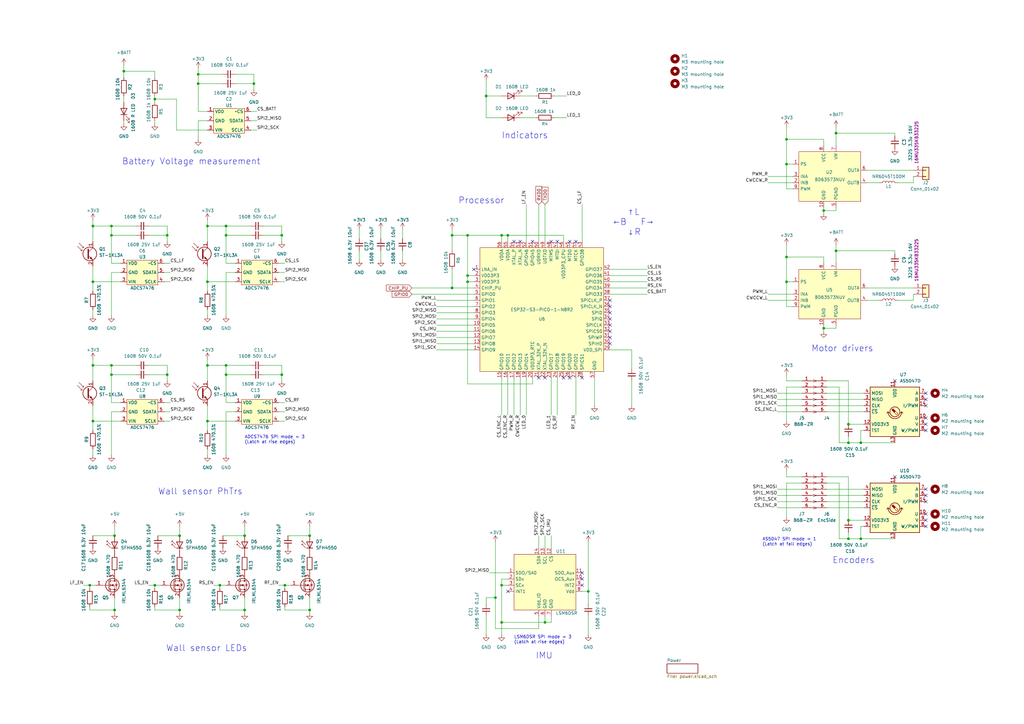
<source format=kicad_sch>
(kicad_sch (version 20250114) (generator "eeschema") (generator_version "9.0")
  (paper "A3")
  (text "IMU" (at 219.71 270.51 0) (effects (font (size 2.54 2.54)) (justify left bottom)))
  (text "Wall sensor LEDs" (at 68.072 267.462 0) (effects (font (size 2.54 2.54)) (justify left bottom)))
  (text "AS5047 SPI mode = 1\n(Latch at fall edges)" (at 312.674 224.028 0) (effects (font (size 1.27 1.27)) (justify left bottom)))
  (text "Indicators" (at 205.74 57.15 0) (effects (font (size 2.54 2.54)) (justify left bottom)))
  (text "Processor" (at 187.96 83.82 0) (effects (font (size 2.54 2.54)) (justify left bottom)))
  (text "Battery Voltage measurement" (at 50.038 67.818 0) (effects (font (size 2.54 2.54)) (justify left bottom)))
  (text "LSM6DSR SPI mode = 3\n(Latch at rise edges)" (at 210.82 264.16 0) (effects (font (size 1.27 1.27)) (justify left bottom)))
  (text "Motor drivers" (at 332.74 144.526 0) (effects (font (size 2.54 2.54)) (justify left bottom)))
  (text "Wall sensor PhTrs" (at 64.77 203.2 0) (effects (font (size 2.54 2.54)) (justify left bottom)))
  (text "Encoders" (at 341.376 231.394 0) (effects (font (size 2.54 2.54)) (justify left bottom)))
  (text "   ↑L\n←B   F→\n   ↓R" (at 251.206 96.774 0) (effects (font (size 2.54 2.54)) (justify left bottom)))
  (text "ADCS7476 SPI mode = 3\n(Latch at rise edges)" (at 100.33 182.118 0) (effects (font (size 1.27 1.27)) (justify left bottom)))
  (junction (at 92.71 92.71))
  (junction (at 50.8 29.21))
  (junction (at 353.06 181.61))
  (junction (at 127 219.71))
  (junction (at 90.17 240.03))
  (junction (at 81.28 34.29))
  (junction (at 45.72 92.71))
  (junction (at 46.99 219.71))
  (junction (at 116.84 240.03))
  (junction (at 92.71 153.67))
  (junction (at 38.1 172.72))
  (junction (at 45.72 96.52))
  (junction (at 45.72 153.67))
  (junction (at 81.28 30.48))
  (junction (at 68.58 96.52))
  (junction (at 36.83 240.03))
  (junction (at 205.74 255.27))
  (junction (at 100.33 219.71))
  (junction (at 100.33 250.19))
  (junction (at 85.09 172.72))
  (junction (at 127 250.19))
  (junction (at 191.77 113.03))
  (junction (at 223.52 255.27))
  (junction (at 191.77 115.57))
  (junction (at 46.99 250.19))
  (junction (at 185.42 96.52))
  (junction (at 85.09 149.86))
  (junction (at 322.58 67.31))
  (junction (at 342.9 102.87))
  (junction (at 68.58 153.67))
  (junction (at 38.1 149.86))
  (junction (at 337.82 134.62))
  (junction (at 199.39 39.37))
  (junction (at 322.58 115.57))
  (junction (at 203.2 245.11))
  (junction (at 185.42 118.11))
  (junction (at 342.9 54.61))
  (junction (at 115.57 96.52))
  (junction (at 205.74 96.52))
  (junction (at 85.09 115.57))
  (junction (at 115.57 153.67))
  (junction (at 45.72 149.86))
  (junction (at 92.71 149.86))
  (junction (at 208.28 96.52))
  (junction (at 63.5 240.03))
  (junction (at 322.58 105.41))
  (junction (at 38.1 115.57))
  (junction (at 63.5 40.64))
  (junction (at 347.98 213.36))
  (junction (at 353.06 220.98))
  (junction (at 347.98 220.98))
  (junction (at 205.74 240.03))
  (junction (at 73.66 219.71))
  (junction (at 73.66 250.19))
  (junction (at 322.58 57.15))
  (junction (at 104.14 34.29))
  (junction (at 347.98 181.61))
  (junction (at 241.3 242.57))
  (junction (at 85.09 92.71))
  (junction (at 92.71 96.52))
  (junction (at 347.98 173.99))
  (junction (at 337.82 86.36))
  (junction (at 38.1 92.71))
  (junction (at 191.77 96.52))
  (no_connect (at 218.44 99.06))
  (no_connect (at 379.73 173.99))
  (no_connect (at 250.19 130.81))
  (no_connect (at 379.73 200.66))
  (no_connect (at 250.19 123.19))
  (no_connect (at 208.28 242.57))
  (no_connect (at 228.6 99.06))
  (no_connect (at 379.73 215.9))
  (no_connect (at 233.68 154.94))
  (no_connect (at 379.73 205.74))
  (no_connect (at 367.03 156.21))
  (no_connect (at 250.19 135.89))
  (no_connect (at 231.14 154.94))
  (no_connect (at 226.06 99.06))
  (no_connect (at 379.73 163.83))
  (no_connect (at 238.76 237.49))
  (no_connect (at 379.73 176.53))
  (no_connect (at 367.03 195.58))
  (no_connect (at 236.22 99.06))
  (no_connect (at 250.19 128.27))
  (no_connect (at 238.76 234.95))
  (no_connect (at 379.73 203.2))
  (no_connect (at 213.36 99.06))
  (no_connect (at 379.73 210.82))
  (no_connect (at 223.52 154.94))
  (no_connect (at 220.98 154.94))
  (no_connect (at 233.68 99.06))
  (no_connect (at 379.73 166.37))
  (no_connect (at 250.19 125.73))
  (no_connect (at 379.73 213.36))
  (no_connect (at 250.19 140.97))
  (no_connect (at 250.19 133.35))
  (no_connect (at 194.31 110.49))
  (no_connect (at 210.82 99.06))
  (no_connect (at 379.73 161.29))
  (no_connect (at 250.19 138.43))
  (no_connect (at 238.76 240.03))
  (no_connect (at 238.76 154.94))
  (no_connect (at 379.73 171.45))
  (wire (pts (xy 339.09 200.66) (xy 354.33 200.66)))
  (wire (pts (xy 199.39 39.37) (xy 199.39 48.26)))
  (wire (pts (xy 185.42 118.11) (xy 194.31 118.11)))
  (wire (pts (xy 342.9 102.87) (xy 367.03 102.87)))
  (wire (pts (xy 226.06 154.94) (xy 226.06 170.18)))
  (wire (pts (xy 347.98 218.44) (xy 347.98 220.98)))
  (wire (pts (xy 199.39 245.11) (xy 203.2 245.11)))
  (wire (pts (xy 322.58 115.57) (xy 322.58 125.73)))
  (wire (pts (xy 38.1 172.72) (xy 38.1 176.53)))
  (wire (pts (xy 147.32 93.98) (xy 147.32 97.79)))
  (wire (pts (xy 199.39 48.26) (xy 205.74 48.26)))
  (wire (pts (xy 100.33 251.46) (xy 100.33 250.19)))
  (wire (pts (xy 156.21 102.87) (xy 156.21 106.68)))
  (wire (pts (xy 45.72 168.91) (xy 49.53 168.91)))
  (wire (pts (xy 50.8 39.37) (xy 50.8 41.91)))
  (wire (pts (xy 92.71 111.76) (xy 96.52 111.76)))
  (wire (pts (xy 50.8 26.67) (xy 50.8 29.21)))
  (wire (pts (xy 92.71 153.67) (xy 92.71 165.1)))
  (wire (pts (xy 205.74 255.27) (xy 205.74 260.35)))
  (wire (pts (xy 92.71 92.71) (xy 92.71 96.52)))
  (wire (pts (xy 238.76 242.57) (xy 241.3 242.57)))
  (wire (pts (xy 34.29 240.03) (xy 36.83 240.03)))
  (wire (pts (xy 118.11 219.71) (xy 127 219.71)))
  (wire (pts (xy 355.6 69.85) (xy 374.65 69.85)))
  (wire (pts (xy 339.09 163.83) (xy 354.33 163.83)))
  (wire (pts (xy 115.57 92.71) (xy 107.95 92.71)))
  (wire (pts (xy 337.82 86.36) (xy 337.82 87.63)))
  (wire (pts (xy 318.77 203.2) (xy 328.93 203.2)))
  (wire (pts (xy 68.58 156.21) (xy 68.58 153.67)))
  (wire (pts (xy 342.9 102.87) (xy 342.9 107.95)))
  (wire (pts (xy 38.1 127) (xy 38.1 129.54)))
  (wire (pts (xy 208.28 154.94) (xy 208.28 170.18)))
  (wire (pts (xy 355.6 118.11) (xy 374.65 118.11)))
  (wire (pts (xy 114.3 111.76) (xy 116.84 111.76)))
  (wire (pts (xy 92.71 149.86) (xy 85.09 149.86)))
  (wire (pts (xy 46.99 250.19) (xy 36.83 250.19)))
  (wire (pts (xy 191.77 115.57) (xy 194.31 115.57)))
  (wire (pts (xy 318.77 200.66) (xy 328.93 200.66)))
  (wire (pts (xy 38.1 172.72) (xy 49.53 172.72)))
  (wire (pts (xy 322.58 100.33) (xy 322.58 105.41)))
  (wire (pts (xy 199.39 247.65) (xy 199.39 245.11)))
  (wire (pts (xy 205.74 154.94) (xy 205.74 170.18)))
  (wire (pts (xy 85.09 149.86) (xy 85.09 156.21)))
  (wire (pts (xy 250.19 143.51) (xy 259.08 143.51)))
  (wire (pts (xy 236.22 154.94) (xy 236.22 170.18)))
  (wire (pts (xy 318.77 161.29) (xy 328.93 161.29)))
  (wire (pts (xy 179.07 128.27) (xy 194.31 128.27)))
  (wire (pts (xy 337.82 85.09) (xy 337.82 86.36)))
  (wire (pts (xy 347.98 195.58) (xy 347.98 213.36)))
  (wire (pts (xy 85.09 172.72) (xy 96.52 172.72)))
  (wire (pts (xy 191.77 113.03) (xy 191.77 115.57)))
  (wire (pts (xy 213.36 154.94) (xy 213.36 170.18)))
  (wire (pts (xy 353.06 176.53) (xy 353.06 181.61)))
  (wire (pts (xy 102.87 53.34) (xy 105.41 53.34)))
  (wire (pts (xy 67.31 111.76) (xy 69.85 111.76)))
  (wire (pts (xy 347.98 173.99) (xy 354.33 173.99)))
  (wire (pts (xy 85.09 92.71) (xy 92.71 92.71)))
  (wire (pts (xy 68.58 99.06) (xy 68.58 96.52)))
  (wire (pts (xy 92.71 149.86) (xy 102.87 149.86)))
  (wire (pts (xy 199.39 33.02) (xy 199.39 39.37)))
  (wire (pts (xy 227.33 39.37) (xy 232.41 39.37)))
  (wire (pts (xy 322.58 57.15) (xy 322.58 67.31)))
  (wire (pts (xy 107.95 96.52) (xy 115.57 96.52)))
  (wire (pts (xy 114.3 107.95) (xy 116.84 107.95)))
  (wire (pts (xy 92.71 96.52) (xy 92.71 107.95)))
  (wire (pts (xy 68.58 153.67) (xy 68.58 149.86)))
  (wire (pts (xy 314.96 120.65) (xy 325.12 120.65)))
  (wire (pts (xy 81.28 49.53) (xy 85.09 49.53)))
  (wire (pts (xy 115.57 153.67) (xy 115.57 149.86)))
  (wire (pts (xy 38.1 92.71) (xy 45.72 92.71)))
  (wire (pts (xy 63.5 240.03) (xy 63.5 241.3)))
  (wire (pts (xy 218.44 157.48) (xy 218.44 154.94)))
  (wire (pts (xy 85.09 184.15) (xy 85.09 186.69)))
  (wire (pts (xy 168.91 118.11) (xy 185.42 118.11)))
  (wire (pts (xy 226.06 255.27) (xy 226.06 252.73)))
  (wire (pts (xy 208.28 237.49) (xy 205.74 237.49)))
  (wire (pts (xy 347.98 156.21) (xy 347.98 173.99)))
  (wire (pts (xy 205.74 96.52) (xy 205.74 99.06)))
  (wire (pts (xy 208.28 96.52) (xy 231.14 96.52)))
  (wire (pts (xy 127 215.9) (xy 127 219.71)))
  (wire (pts (xy 45.72 111.76) (xy 49.53 111.76)))
  (wire (pts (xy 259.08 143.51) (xy 259.08 151.13)))
  (wire (pts (xy 241.3 252.73) (xy 241.3 260.35)))
  (wire (pts (xy 50.8 29.21) (xy 50.8 31.75)))
  (wire (pts (xy 115.57 149.86) (xy 107.95 149.86)))
  (wire (pts (xy 205.74 237.49) (xy 205.74 240.03)))
  (wire (pts (xy 318.77 205.74) (xy 328.93 205.74)))
  (wire (pts (xy 344.17 220.98) (xy 347.98 220.98)))
  (wire (pts (xy 45.72 165.1) (xy 49.53 165.1)))
  (wire (pts (xy 45.72 107.95) (xy 49.53 107.95)))
  (wire (pts (xy 337.82 57.15) (xy 322.58 57.15)))
  (wire (pts (xy 185.42 96.52) (xy 185.42 102.87)))
  (wire (pts (xy 360.68 74.93) (xy 355.6 74.93)))
  (wire (pts (xy 185.42 110.49) (xy 185.42 118.11)))
  (wire (pts (xy 81.28 30.48) (xy 91.44 30.48)))
  (wire (pts (xy 374.65 74.93) (xy 374.65 72.39)))
  (wire (pts (xy 353.06 215.9) (xy 353.06 220.98)))
  (wire (pts (xy 185.42 93.98) (xy 185.42 96.52)))
  (wire (pts (xy 347.98 213.36) (xy 354.33 213.36)))
  (wire (pts (xy 238.76 83.82) (xy 238.76 99.06)))
  (wire (pts (xy 339.09 205.74) (xy 354.33 205.74)))
  (wire (pts (xy 68.58 149.86) (xy 60.96 149.86)))
  (wire (pts (xy 60.96 96.52) (xy 68.58 96.52)))
  (wire (pts (xy 115.57 156.21) (xy 115.57 153.67)))
  (wire (pts (xy 92.71 168.91) (xy 96.52 168.91)))
  (wire (pts (xy 322.58 212.09) (xy 322.58 198.12)))
  (wire (pts (xy 68.58 96.52) (xy 68.58 92.71)))
  (wire (pts (xy 367.03 54.61) (xy 367.03 55.88)))
  (wire (pts (xy 314.96 72.39) (xy 325.12 72.39)))
  (wire (pts (xy 179.07 123.19) (xy 194.31 123.19)))
  (wire (pts (xy 45.72 186.69) (xy 45.72 168.91)))
  (wire (pts (xy 220.98 83.82) (xy 220.98 99.06)))
  (wire (pts (xy 96.52 34.29) (xy 104.14 34.29)))
  (wire (pts (xy 231.14 99.06) (xy 231.14 96.52)))
  (wire (pts (xy 81.28 57.15) (xy 81.28 49.53)))
  (wire (pts (xy 45.72 96.52) (xy 45.72 107.95)))
  (wire (pts (xy 38.1 115.57) (xy 38.1 119.38)))
  (wire (pts (xy 85.09 109.22) (xy 85.09 115.57)))
  (wire (pts (xy 81.28 45.72) (xy 85.09 45.72)))
  (wire (pts (xy 314.96 123.19) (xy 325.12 123.19)))
  (wire (pts (xy 63.5 39.37) (xy 63.5 40.64)))
  (wire (pts (xy 339.09 208.28) (xy 354.33 208.28)))
  (wire (pts (xy 92.71 96.52) (xy 102.87 96.52)))
  (wire (pts (xy 67.31 168.91) (xy 69.85 168.91)))
  (wire (pts (xy 322.58 115.57) (xy 325.12 115.57)))
  (wire (pts (xy 147.32 102.87) (xy 147.32 106.68)))
  (wire (pts (xy 72.39 53.34) (xy 85.09 53.34)))
  (wire (pts (xy 45.72 149.86) (xy 45.72 153.67)))
  (wire (pts (xy 223.52 252.73) (xy 223.52 255.27)))
  (wire (pts (xy 347.98 220.98) (xy 353.06 220.98)))
  (wire (pts (xy 322.58 153.67) (xy 322.58 156.21)))
  (wire (pts (xy 342.9 52.07) (xy 342.9 54.61)))
  (wire (pts (xy 353.06 181.61) (xy 367.03 181.61)))
  (wire (pts (xy 220.98 257.81) (xy 203.2 257.81)))
  (wire (pts (xy 220.98 219.71) (xy 220.98 224.79)))
  (wire (pts (xy 354.33 176.53) (xy 353.06 176.53)))
  (wire (pts (xy 100.33 215.9) (xy 100.33 219.71)))
  (wire (pts (xy 344.17 198.12) (xy 339.09 198.12)))
  (wire (pts (xy 81.28 30.48) (xy 81.28 27.94)))
  (wire (pts (xy 168.91 120.65) (xy 194.31 120.65)))
  (wire (pts (xy 115.57 96.52) (xy 115.57 92.71)))
  (wire (pts (xy 179.07 138.43) (xy 194.31 138.43)))
  (wire (pts (xy 85.09 172.72) (xy 85.09 176.53)))
  (wire (pts (xy 92.71 186.69) (xy 92.71 168.91)))
  (wire (pts (xy 92.71 149.86) (xy 92.71 153.67)))
  (wire (pts (xy 355.6 123.19) (xy 360.68 123.19)))
  (wire (pts (xy 339.09 166.37) (xy 354.33 166.37)))
  (wire (pts (xy 205.74 240.03) (xy 205.74 255.27)))
  (wire (pts (xy 191.77 157.48) (xy 218.44 157.48)))
  (wire (pts (xy 90.17 250.19) (xy 90.17 248.92)))
  (wire (pts (xy 250.19 110.49) (xy 265.43 110.49)))
  (wire (pts (xy 36.83 250.19) (xy 36.83 248.92)))
  (wire (pts (xy 367.03 102.87) (xy 367.03 104.14)))
  (wire (pts (xy 102.87 45.72) (xy 105.41 45.72)))
  (wire (pts (xy 342.9 54.61) (xy 342.9 59.69)))
  (wire (pts (xy 36.83 240.03) (xy 36.83 241.3)))
  (wire (pts (xy 213.36 39.37) (xy 219.71 39.37)))
  (wire (pts (xy 322.58 52.07) (xy 322.58 57.15)))
  (wire (pts (xy 374.65 123.19) (xy 374.65 120.65)))
  (wire (pts (xy 100.33 250.19) (xy 90.17 250.19)))
  (wire (pts (xy 114.3 168.91) (xy 116.84 168.91)))
  (wire (pts (xy 223.52 83.82) (xy 223.52 99.06)))
  (wire (pts (xy 215.9 83.82) (xy 215.9 99.06)))
  (wire (pts (xy 243.84 154.94) (xy 243.84 166.37)))
  (wire (pts (xy 339.09 161.29) (xy 354.33 161.29)))
  (wire (pts (xy 39.37 240.03) (xy 36.83 240.03)))
  (wire (pts (xy 354.33 215.9) (xy 353.06 215.9)))
  (wire (pts (xy 339.09 168.91) (xy 354.33 168.91)))
  (wire (pts (xy 127 250.19) (xy 116.84 250.19)))
  (wire (pts (xy 38.1 109.22) (xy 38.1 115.57)))
  (wire (pts (xy 63.5 250.19) (xy 63.5 248.92)))
  (wire (pts (xy 339.09 203.2) (xy 354.33 203.2)))
  (wire (pts (xy 85.09 115.57) (xy 96.52 115.57)))
  (wire (pts (xy 73.66 251.46) (xy 73.66 250.19)))
  (wire (pts (xy 64.77 219.71) (xy 73.66 219.71)))
  (wire (pts (xy 368.3 74.93) (xy 374.65 74.93)))
  (wire (pts (xy 337.82 59.69) (xy 337.82 57.15)))
  (wire (pts (xy 344.17 158.75) (xy 344.17 181.61)))
  (wire (pts (xy 92.71 153.67) (xy 102.87 153.67)))
  (wire (pts (xy 185.42 96.52) (xy 191.77 96.52)))
  (wire (pts (xy 45.72 153.67) (xy 55.88 153.67)))
  (wire (pts (xy 241.3 222.25) (xy 241.3 242.57)))
  (wire (pts (xy 322.58 125.73) (xy 325.12 125.73)))
  (wire (pts (xy 322.58 156.21) (xy 328.93 156.21)))
  (wire (pts (xy 322.58 172.72) (xy 322.58 158.75)))
  (wire (pts (xy 66.04 240.03) (xy 63.5 240.03)))
  (wire (pts (xy 179.07 140.97) (xy 194.31 140.97)))
  (wire (pts (xy 344.17 198.12) (xy 344.17 220.98)))
  (wire (pts (xy 45.72 92.71) (xy 45.72 96.52)))
  (wire (pts (xy 368.3 123.19) (xy 374.65 123.19)))
  (wire (pts (xy 318.77 163.83) (xy 328.93 163.83)))
  (wire (pts (xy 85.09 166.37) (xy 85.09 172.72)))
  (wire (pts (xy 322.58 158.75) (xy 328.93 158.75)))
  (wire (pts (xy 205.74 96.52) (xy 191.77 96.52)))
  (wire (pts (xy 342.9 100.33) (xy 342.9 102.87)))
  (wire (pts (xy 114.3 240.03) (xy 116.84 240.03)))
  (wire (pts (xy 337.82 134.62) (xy 342.9 134.62)))
  (wire (pts (xy 322.58 67.31) (xy 322.58 77.47)))
  (wire (pts (xy 223.52 219.71) (xy 223.52 224.79)))
  (wire (pts (xy 45.72 149.86) (xy 55.88 149.86)))
  (wire (pts (xy 322.58 193.04) (xy 322.58 195.58)))
  (wire (pts (xy 115.57 99.06) (xy 115.57 96.52)))
  (wire (pts (xy 73.66 215.9) (xy 73.66 219.71)))
  (wire (pts (xy 114.3 115.57) (xy 116.84 115.57)))
  (wire (pts (xy 191.77 115.57) (xy 191.77 157.48)))
  (wire (pts (xy 45.72 129.54) (xy 45.72 111.76)))
  (wire (pts (xy 241.3 242.57) (xy 241.3 247.65)))
  (wire (pts (xy 38.1 90.17) (xy 38.1 92.71)))
  (wire (pts (xy 85.09 90.17) (xy 85.09 92.71)))
  (wire (pts (xy 205.74 240.03) (xy 208.28 240.03)))
  (wire (pts (xy 107.95 153.67) (xy 115.57 153.67)))
  (wire (pts (xy 208.28 96.52) (xy 205.74 96.52)))
  (wire (pts (xy 38.1 166.37) (xy 38.1 172.72)))
  (wire (pts (xy 116.84 240.03) (xy 116.84 241.3)))
  (wire (pts (xy 342.9 54.61) (xy 367.03 54.61)))
  (wire (pts (xy 228.6 154.94) (xy 228.6 170.18)))
  (wire (pts (xy 46.99 251.46) (xy 46.99 250.19)))
  (wire (pts (xy 318.77 168.91) (xy 328.93 168.91)))
  (wire (pts (xy 38.1 219.71) (xy 46.99 219.71)))
  (wire (pts (xy 337.82 86.36) (xy 342.9 86.36)))
  (wire (pts (xy 179.07 135.89) (xy 194.31 135.89)))
  (wire (pts (xy 90.17 240.03) (xy 90.17 241.3)))
  (wire (pts (xy 63.5 49.53) (xy 63.5 50.8)))
  (wire (pts (xy 191.77 96.52) (xy 191.77 113.03)))
  (wire (pts (xy 114.3 172.72) (xy 116.84 172.72)))
  (wire (pts (xy 92.71 129.54) (xy 92.71 111.76)))
  (wire (pts (xy 220.98 252.73) (xy 220.98 257.81)))
  (wire (pts (xy 250.19 118.11) (xy 265.43 118.11)))
  (wire (pts (xy 250.19 113.03) (xy 265.43 113.03)))
  (wire (pts (xy 250.19 115.57) (xy 265.43 115.57)))
  (wire (pts (xy 339.09 158.75) (xy 344.17 158.75)))
  (wire (pts (xy 116.84 250.19) (xy 116.84 248.92)))
  (wire (pts (xy 38.1 147.32) (xy 38.1 149.86)))
  (wire (pts (xy 347.98 179.07) (xy 347.98 181.61)))
  (wire (pts (xy 87.63 240.03) (xy 90.17 240.03)))
  (wire (pts (xy 119.38 240.03) (xy 116.84 240.03)))
  (wire (pts (xy 38.1 149.86) (xy 38.1 156.21)))
  (wire (pts (xy 203.2 222.25) (xy 203.2 245.11)))
  (wire (pts (xy 92.71 240.03) (xy 90.17 240.03)))
  (wire (pts (xy 92.71 107.95) (xy 96.52 107.95)))
  (wire (pts (xy 73.66 250.19) (xy 63.5 250.19)))
  (wire (pts (xy 200.66 234.95) (xy 208.28 234.95)))
  (wire (pts (xy 85.09 92.71) (xy 85.09 99.06)))
  (wire (pts (xy 104.14 36.83) (xy 104.14 34.29)))
  (wire (pts (xy 67.31 115.57) (xy 69.85 115.57)))
  (wire (pts (xy 81.28 30.48) (xy 81.28 34.29)))
  (wire (pts (xy 85.09 147.32) (xy 85.09 149.86)))
  (wire (pts (xy 347.98 181.61) (xy 353.06 181.61)))
  (wire (pts (xy 179.07 125.73) (xy 194.31 125.73)))
  (wire (pts (xy 72.39 53.34) (xy 72.39 40.64)))
  (wire (pts (xy 67.31 165.1) (xy 69.85 165.1)))
  (wire (pts (xy 322.58 67.31) (xy 325.12 67.31)))
  (wire (pts (xy 81.28 34.29) (xy 91.44 34.29)))
  (wire (pts (xy 38.1 115.57) (xy 49.53 115.57)))
  (wire (pts (xy 104.14 30.48) (xy 96.52 30.48)))
  (wire (pts (xy 81.28 34.29) (xy 81.28 45.72)))
  (wire (pts (xy 92.71 92.71) (xy 102.87 92.71)))
  (wire (pts (xy 199.39 252.73) (xy 199.39 260.35)))
  (wire (pts (xy 337.82 134.62) (xy 337.82 135.89)))
  (wire (pts (xy 91.44 219.71) (xy 100.33 219.71)))
  (wire (pts (xy 353.06 220.98) (xy 367.03 220.98)))
  (wire (pts (xy 60.96 240.03) (xy 63.5 240.03)))
  (wire (pts (xy 339.09 156.21) (xy 347.98 156.21)))
  (wire (pts (xy 92.71 165.1) (xy 96.52 165.1)))
  (wire (pts (xy 68.58 92.71) (xy 60.96 92.71)))
  (wire (pts (xy 46.99 245.11) (xy 46.99 250.19)))
  (wire (pts (xy 210.82 154.94) (xy 210.82 170.18)))
  (wire (pts (xy 250.19 120.65) (xy 265.43 120.65)))
  (wire (pts (xy 259.08 156.21) (xy 259.08 166.37)))
  (wire (pts (xy 199.39 39.37) (xy 205.74 39.37)))
  (wire (pts (xy 127 245.11) (xy 127 250.19)))
  (wire (pts (xy 226.06 219.71) (xy 226.06 224.79)))
  (wire (pts (xy 227.33 48.26) (xy 232.41 48.26)))
  (wire (pts (xy 45.72 92.71) (xy 55.88 92.71)))
  (wire (pts (xy 50.8 49.53) (xy 50.8 50.8)))
  (wire (pts (xy 102.87 49.53) (xy 105.41 49.53)))
  (wire (pts (xy 60.96 153.67) (xy 68.58 153.67)))
  (wire (pts (xy 322.58 77.47) (xy 325.12 77.47)))
  (wire (pts (xy 337.82 107.95) (xy 337.82 105.41)))
  (wire (pts (xy 337.82 133.35) (xy 337.82 134.62)))
  (wire (pts (xy 114.3 165.1) (xy 116.84 165.1)))
  (wire (pts (xy 179.07 130.81) (xy 194.31 130.81)))
  (wire (pts (xy 67.31 107.95) (xy 69.85 107.95)))
  (wire (pts (xy 194.31 113.03) (xy 191.77 113.03)))
  (wire (pts (xy 38.1 184.15) (xy 38.1 186.69)))
  (wire (pts (xy 85.09 115.57) (xy 85.09 119.38)))
  (wire (pts (xy 322.58 198.12) (xy 328.93 198.12)))
  (wire (pts (xy 45.72 96.52) (xy 55.88 96.52)))
  (wire (pts (xy 156.21 93.98) (xy 156.21 97.79)))
  (wire (pts (xy 45.72 153.67) (xy 45.72 165.1)))
  (wire (pts (xy 63.5 29.21) (xy 63.5 31.75)))
  (wire (pts (xy 322.58 105.41) (xy 322.58 115.57)))
  (wire (pts (xy 344.17 181.61) (xy 347.98 181.61)))
  (wire (pts (xy 337.82 105.41) (xy 322.58 105.41)))
  (wire (pts (xy 318.77 208.28) (xy 328.93 208.28)))
  (wire (pts (xy 322.58 195.58) (xy 328.93 195.58)))
  (wire (pts (xy 318.77 166.37) (xy 328.93 166.37)))
  (wire (pts (xy 50.8 29.21) (xy 63.5 29.21)))
  (wire (pts (xy 223.52 255.27) (xy 226.06 255.27)))
  (wire (pts (xy 104.14 34.29) (xy 104.14 30.48)))
  (wire (pts (xy 339.09 195.58) (xy 347.98 195.58)))
  (wire (pts (xy 203.2 245.11) (xy 203.2 257.81)))
  (wire (pts (xy 165.1 102.87) (xy 165.1 106.68)))
  (wire (pts (xy 100.33 245.11) (xy 100.33 250.19)))
  (wire (pts (xy 67.31 172.72) (xy 69.85 172.72)))
  (wire (pts (xy 63.5 40.64) (xy 63.5 41.91)))
  (wire (pts (xy 215.9 170.18) (xy 215.9 154.94)))
  (wire (pts (xy 213.36 48.26) (xy 219.71 48.26)))
  (wire (pts (xy 342.9 86.36) (xy 342.9 85.09)))
  (wire (pts (xy 38.1 149.86) (xy 45.72 149.86)))
  (wire (pts (xy 73.66 245.11) (xy 73.66 250.19)))
  (wire (pts (xy 85.09 127) (xy 85.09 129.54)))
  (wire (pts (xy 194.31 133.35) (xy 179.07 133.35)))
  (wire (pts (xy 208.28 96.52) (xy 208.28 99.06)))
  (wire (pts (xy 46.99 215.9) (xy 46.99 219.71)))
  (wire (pts (xy 314.96 74.93) (xy 325.12 74.93)))
  (wire (pts (xy 342.9 134.62) (xy 342.9 133.35)))
  (wire (pts (xy 63.5 40.64) (xy 72.39 40.64)))
  (wire (pts (xy 205.74 255.27) (xy 223.52 255.27)))
  (wire (pts (xy 179.07 143.51) (xy 194.31 143.51)))
  (wire (pts (xy 127 251.46) (xy 127 250.19)))
  (wire (pts (xy 38.1 92.71) (xy 38.1 99.06)))
  (wire (pts (xy 165.1 93.98) (xy 165.1 97.79)))
  (label "SPI2_MOSI" (at 220.98 219.71 90))
  (label "SPI1_SCK" (at 318.77 166.37 180))
  (label "LS_EN" (at 265.43 110.49 0))
  (label "RF_EN" (at 236.22 170.18 270))
  (label "CS_RS" (at 265.43 115.57 0))
  (label "SPI2_SCK" (at 179.07 133.35 180))
  (label "LED_0" (at 232.41 39.37 0))
  (label "SPI1_MISO" (at 318.77 163.83 180))
  (label "CWCCW_L" (at 314.96 123.19 180))
  (label "CS_LF" (at 69.85 107.95 0))
  (label "CS_RS" (at 69.85 165.1 0))
  (label "SPI2_MISO" (at 105.41 49.53 0))
  (label "CS_LS" (at 116.84 107.95 0))
  (label "CS_ENC_L" (at 205.74 170.18 270))
  (label "SPI1_MISO" (at 179.07 140.97 180))
  (label "LF_EN" (at 34.29 240.03 180))
  (label "SPI2_SCK" (at 116.84 115.57 0))
  (label "SPI2_SCK" (at 116.84 172.72 0))
  (label "SPI2_MISO" (at 116.84 111.76 0))
  (label "LED_0" (at 215.9 170.18 270))
  (label "CS_IMU" (at 226.06 219.71 90))
  (label "SPI2_MISO" (at 69.85 111.76 0))
  (label "SPI2_SCK" (at 223.52 219.71 90))
  (label "PWM_L" (at 314.96 120.65 180))
  (label "RS_EN" (at 87.63 240.03 180))
  (label "LED_1" (at 232.41 48.26 0))
  (label "PWM_R" (at 210.82 170.18 270))
  (label "SPI1_MISO" (at 318.77 203.2 180))
  (label "SPI1_MOSI" (at 179.07 138.43 180))
  (label "RF_EN" (at 114.3 240.03 180))
  (label "LED_1" (at 226.06 170.18 270))
  (label "SPI1_MOSI" (at 318.77 200.66 180))
  (label "CS_RF" (at 228.6 170.18 270))
  (label "SPI2_MISO" (at 179.07 128.27 180))
  (label "CS_RF" (at 116.84 165.1 0))
  (label "SPI2_SCK" (at 105.41 53.34 0))
  (label "SPI2_MISO" (at 116.84 168.91 0))
  (label "SPI2_SCK" (at 69.85 115.57 0))
  (label "SPI1_SCK" (at 179.07 143.51 180))
  (label "SPI1_SCK" (at 318.77 205.74 180))
  (label "SPI2_MOSI" (at 179.07 130.81 180))
  (label "CS_BATT" (at 105.41 45.72 0))
  (label "CS_ENC_R" (at 208.28 170.18 270))
  (label "CS_BATT" (at 265.43 120.65 0))
  (label "PWM_L" (at 179.07 123.19 180))
  (label "SPI2_SCK" (at 69.85 172.72 0))
  (label "RS_EN" (at 265.43 118.11 0))
  (label "LF_EN" (at 215.9 83.82 90))
  (label "CWCCW_L" (at 179.07 125.73 180))
  (label "SPI2_MISO" (at 69.85 168.91 0))
  (label "CWCCW_R" (at 213.36 170.18 270))
  (label "SPI2_MISO" (at 200.66 234.95 180))
  (label "CWCCW_R" (at 314.96 74.93 180))
  (label "CS_LF" (at 238.76 83.82 90))
  (label "PWM_R" (at 314.96 72.39 180))
  (label "SPI1_MOSI" (at 318.77 161.29 180))
  (label "CS_LS" (at 265.43 113.03 0))
  (label "CS_ENC_R" (at 318.77 208.28 180))
  (label "LS_EN" (at 60.96 240.03 180))
  (label "CS_ENC_L" (at 318.77 168.91 180))
  (label "CS_IMU" (at 179.07 135.89 180))
  (global_label "RXD0" (shape input) (at 220.98 83.82 90) (property "Intersheetrefs" "${INTERSHEET_REFS}" (effects (hide yes))))
  (global_label "TXD0" (shape input) (at 223.52 83.82 90) (property "Intersheetrefs" "${INTERSHEET_REFS}" (effects (hide yes))))
  (global_label "GPIO0" (shape input) (at 168.91 120.65 180) (property "Intersheetrefs" "${INTERSHEET_REFS}" (effects (hide yes))))
  (global_label "CHIP_PU" (shape input) (at 168.91 118.11 180) (property "Intersheetrefs" "${INTERSHEET_REFS}" (effects (hide yes))))
  (symbol (lib_id "power:+3V3") (at 38.1 147.32 0) (unit 1)
    (property "Reference" "#PWR028" (effects (hide yes)))
    (property "Value" "+3V3" (at 38.1 143.51 0))
  )
  (symbol (lib_id "micromouse:ADCS747x") (at 93.98 49.53 0) (unit 1)
    (property "Reference" "U1" (at 93.98 43.18 0))
    (property "Value" "ADCS7476" (at 93.98 55.88 0))
    (property "Footprint" "Package_TO_SOT_SMD:SOT-23-6" (effects (hide yes)))
  )
  (symbol (lib_id "Device:C_Small") (at 58.42 149.86 90) (mirror x) (unit 1)
    (property "Reference" "C10" (at 57.15 143.51 90) (effects (justify right)))
    (property "Value" "1608 50V 0.1uF" (at 50.8 146.05 90) (effects (justify right)))
    (property "Footprint" "Capacitor_SMD:C_0603_1608Metric" (effects (hide yes)))
  )
  (symbol (lib_id "power:+3V3") (at 241.3 222.25 0) (unit 1)
    (property "Reference" "#PWR047" (effects (hide yes)))
    (property "Value" "+3V3" (at 241.3 218.44 0))
  )
  (symbol (lib_id "Device:C_Small") (at 199.39 250.19 0) (mirror y) (unit 1)
    (property "Reference" "C21" (at 193.04 248.92 90) (effects (justify right)))
    (property "Value" "1608 50V 0.1uF" (at 195.58 242.57 90) (effects (justify right)))
    (property "Footprint" "Capacitor_SMD:C_0603_1608Metric" (effects (hide yes)))
  )
  (symbol (lib_id "Device:R") (at 73.66 231.14 180) (unit 1)
    (property "Reference" "R12" (at 76.2 229.87 90) (effects (justify left)))
    (property "Value" "1608 470" (at 71.12 227.33 90) (effects (justify left)))
    (property "Footprint" "Resistor_SMD:R_0603_1608Metric" (effects (hide yes)))
  )
  (symbol (lib_id "Sensor_Magnetic:AS5047D") (at 367.03 168.91 0) (unit 1)
    (property "Reference" "U7" (at 369.0494 153.67 0) (effects (justify left)))
    (property "Value" "AS5047D" (at 369.0494 156.21 0) (effects (justify left)))
    (property "Footprint" "Package_SO:TSSOP-14_4.4x5mm_P0.65mm" (effects (hide yes)))
    (property "Datasheet" "https://ams.com/documents/20143/36005/AS5047D_DS000394_2-00.pdf" (effects (hide yes)))
  )
  (symbol (lib_id "micromouse:ADCS747x") (at 105.41 168.91 0) (unit 1)
    (property "Reference" "U9" (at 105.41 162.56 0))
    (property "Value" "ADCS7476" (at 105.41 175.26 0))
    (property "Footprint" "Package_TO_SOT_SMD:SOT-23-6" (effects (hide yes)))
  )
  (symbol (lib_id "power:GND") (at 104.14 36.83 0) (unit 1)
    (property "Reference" "#PWR04" (effects (hide yes)))
    (property "Value" "GND" (at 104.14 41.91 0))
  )
  (symbol (lib_id "Connector_Generic:Conn_01x02") (at 379.73 69.85 0) (unit 1)
    (property "Reference" "J2" (at 378.46 74.93 0) (effects (justify left)))
    (property "Value" "Conn_01x02" (at 373.38 77.47 0) (effects (justify left)))
    (property "Footprint" "Connector_PinHeader_1.27mm:PinHeader_1x02_P1.27mm_Vertical" (effects (hide yes)))
  )
  (symbol (lib_id "Device:C_Small") (at 347.98 176.53 0) (mirror y) (unit 1)
    (property "Reference" "C15" (at 346.71 186.69 0) (effects (justify right)))
    (property "Value" "1608 50V 0.1uF" (at 340.36 184.15 0) (effects (justify right)))
    (property "Footprint" "Capacitor_SMD:C_0603_1608Metric" (effects (hide yes)))
  )
  (symbol (lib_id "power:+3V3") (at 165.1 93.98 0) (unit 1)
    (property "Reference" "#PWR098" (effects (hide yes)))
    (property "Value" "+3V3" (at 165.1 90.17 0))
  )
  (symbol (lib_id "Device:C_Small") (at 93.98 34.29 270) (mirror x) (unit 1)
    (property "Reference" "C2" (at 95.25 40.64 90) (effects (justify right)))
    (property "Value" "1608 25V 1uF" (at 101.6 38.1 90) (effects (justify right)))
    (property "Footprint" "Capacitor_SMD:C_0603_1608Metric" (effects (hide yes)))
  )
  (symbol (lib_id "Device:Q_Photo_NPN") (at 82.55 104.14 0) (unit 1)
    (property "Reference" "Q2" (at 87.63 102.1206 0) (effects (justify left)))
    (property "Value" "ST-1KL3A" (at 87.63 104.6606 0) (effects (justify left)))
    (property "Footprint" "Library:ST-1KL3A_Mirror" (effects (hide yes)))
    (property "Description" "NPN phototransistor, collector/emitter" (effects (hide yes)))
  )
  (symbol (lib_id "power:GND") (at 38.1 129.54 0) (unit 1)
    (property "Reference" "#PWR023" (effects (hide yes)))
    (property "Value" "GND" (at 38.1 134.62 0))
  )
  (symbol (lib_id "Device:C_Small") (at 105.41 92.71 90) (mirror x) (unit 1)
    (property "Reference" "C5" (at 104.14 86.36 90) (effects (justify right)))
    (property "Value" "1608 50V 0.1uF" (at 97.79 88.9 90) (effects (justify right)))
    (property "Footprint" "Capacitor_SMD:C_0603_1608Metric" (effects (hide yes)))
  )
  (symbol (lib_id "Device:R") (at 38.1 123.19 0) (unit 1)
    (property "Reference" "R7" (at 35.56 124.46 90) (effects (justify left)))
    (property "Value" "1608 470.5%" (at 40.64 129.54 90) (effects (justify left)))
    (property "Footprint" "Resistor_SMD:R_0603_1608Metric" (effects (hide yes)))
  )
  (symbol (lib_id "Device:C_Small") (at 156.21 100.33 180) (unit 1)
    (property "Reference" "C36" (at 159.258 99.06 90) (effects (justify left)))
    (property "Value" "1608 6.3V 10uF" (at 152.4 92.71 90) (effects (justify left)))
    (property "Footprint" "Capacitor_SMD:C_0603_1608Metric" (effects (hide yes)))
  )
  (symbol (lib_id "Device:R") (at 185.42 106.68 180) (unit 1)
    (property "Reference" "R6" (at 187.96 105.41 90) (effects (justify left)))
    (property "Value" "1608 10k" (at 182.88 102.87 90) (effects (justify left)))
    (property "Footprint" "Resistor_SMD:R_0603_1608Metric" (effects (hide yes)))
  )
  (symbol (lib_id "Mechanical:MountingHole") (at 383.54 210.82 0) (unit 1) (in_bom no)
    (property "Reference" "H10" (at 386.08 209.5499 0) (effects (justify left)))
    (property "Value" "M2 mounting hole" (at 386.08 212.0899 0) (effects (justify left)))
    (property "Footprint" "MountingHole:MountingHole_2.2mm_M2" (effects (hide yes)))
    (property "Description" "Mounting Hole without connection" (effects (hide yes)))
  )
  (symbol (lib_id "power:+BATT") (at 50.8 26.67 0) (unit 1)
    (property "Reference" "#PWR02" (effects (hide yes)))
    (property "Value" "+BATT" (at 50.8 21.59 0))
  )
  (symbol (lib_id "Mechanical:MountingHole") (at 383.54 176.53 0) (unit 1) (in_bom no)
    (property "Reference" "H7" (at 386.08 175.2599 0) (effects (justify left)))
    (property "Value" "M2 mounting hole" (at 386.08 177.7999 0) (effects (justify left)))
    (property "Footprint" "MountingHole:MountingHole_2.2mm_M2" (effects (hide yes)))
    (property "Description" "Mounting Hole without connection" (effects (hide yes)))
  )
  (symbol (lib_id "Device:L") (at 364.49 123.19 90) (unit 1)
    (property "Reference" "L2" (at 364.49 124.714 90))
    (property "Value" "NR6045T100M" (at 364.49 120.65 90))
    (property "Footprint" "Inductor_SMD:L_Changjiang_FNR6040S" (effects (hide yes)))
    (property "Description" "Inductor" (effects (hide yes)))
  )
  (symbol (lib_id "Connector_Generic:Conn_01x02") (at 379.73 118.11 0) (unit 1)
    (property "Reference" "J3" (at 378.46 123.19 0) (effects (justify left)))
    (property "Value" "Conn_01x02" (at 373.38 125.73 0) (effects (justify left)))
    (property "Footprint" "Connector_PinHeader_1.27mm:PinHeader_1x02_P1.27mm_Vertical" (effects (hide yes)))
  )
  (symbol (lib_id "power:GND") (at 85.09 129.54 0) (unit 1)
    (property "Reference" "#PWR025" (effects (hide yes)))
    (property "Value" "GND" (at 85.09 134.62 0))
  )
  (symbol (lib_id "power:+3V3") (at 85.09 147.32 0) (unit 1)
    (property "Reference" "#PWR029" (effects (hide yes)))
    (property "Value" "+3V3" (at 85.09 143.51 0))
  )
  (symbol (lib_id "power:GND") (at 100.33 251.46 0) (unit 1)
    (property "Reference" "#PWR054" (effects (hide yes)))
    (property "Value" "GND" (at 100.33 256.54 0))
  )
  (symbol (lib_id "Device:C_Small") (at 38.1 222.25 180) (unit 1)
    (property "Reference" "C17" (at 34.29 230.505 90) (effects (justify left)))
    (property "Value" "1608 6.3V 10uF" (at 34.29 214.63 90) (effects (justify left)))
    (property "Footprint" "Capacitor_SMD:C_0603_1608Metric" (effects (hide yes)))
  )
  (symbol (lib_id "power:GND") (at 92.71 186.69 0) (unit 1)
    (property "Reference" "#PWR039" (effects (hide yes)))
    (property "Value" "GND" (at 92.71 191.77 0))
  )
  (symbol (lib_id "power:+3V3") (at 38.1 90.17 0) (unit 1)
    (property "Reference" "#PWR013" (effects (hide yes)))
    (property "Value" "+3V3" (at 38.1 86.36 0))
  )
  (symbol (lib_id "Device:C_Small") (at 347.98 215.9 0) (mirror y) (unit 1)
    (property "Reference" "C16" (at 346.71 226.06 0) (effects (justify right)))
    (property "Value" "1608 50V 0.1uF" (at 340.36 223.52 0) (effects (justify right)))
    (property "Footprint" "Capacitor_SMD:C_0603_1608Metric" (effects (hide yes)))
  )
  (symbol (lib_id "Connector:Conn_01x06_Male") (at 334.01 200.66 0) (unit 1)
    (property "Reference" "J6" (at 339.09 210.82 0))
    (property "Value" "EncSide" (at 339.09 213.36 0))
    (property "Footprint" "Library:EncoderPad" (effects (hide yes)))
  )
  (symbol (lib_id "Device:R") (at 223.52 48.26 90) (unit 1)
    (property "Reference" "R4" (at 224.79 50.8 90) (effects (justify left)))
    (property "Value" "1608 1k" (at 227.33 45.72 90) (effects (justify left)))
    (property "Footprint" "Resistor_SMD:R_0603_1608Metric" (effects (hide yes)))
  )
  (symbol (lib_id "micromouse-twilight:BD63573NUV") (at 340.36 120.65 0) (unit 1)
    (property "Reference" "U5" (at 340.106 118.872 0))
    (property "Value" "BD63573NUV" (at 340.36 121.92 0))
    (property "Footprint" "Package_SON:VSON-10-1EP_3x3mm_P0.5mm_EP1.2x2mm" (effects (hide yes)))
  )
  (symbol (lib_name "ESP32-S3-WROOM-1_1") (lib_id "micromouse-twilight:ESP32-S3-WROOM-1") (at 464.3719 167.5475 0) (unit 1)
    (property "Reference" "U16" (at 464.3719 140.8775 0))
    (property "Value" "ESP32-S3-WROOM-1" (at 464.3719 143.4175 0))
    (property "Footprint" "RF_Module:ESP32-S3-WROOM-1" (effects (hide yes)))
    (property "Datasheet" "https://www.espressif.com/sites/default/files/documentation/esp32-s3-wroom-1_wroom-1u_datasheet_en.pdf" (effects (hide yes)))
    (property "Description" "RF Module, ESP32-S3 SoC, Wi-Fi 802.11b/g/n, Bluetooth, BLE, 32-bit, 3.3V, onboard antenna, SMD" (effects (hide yes)))
  )
  (symbol (lib_id "micromouse:ADCS747x") (at 58.42 168.91 0) (unit 1)
    (property "Reference" "U8" (at 58.42 162.56 0))
    (property "Value" "ADCS7476" (at 58.42 175.26 0))
    (property "Footprint" "Package_TO_SOT_SMD:SOT-23-6" (effects (hide yes)))
  )
  (symbol (lib_id "Device:Q_Photo_NPN") (at 35.56 104.14 0) (unit 1)
    (property "Reference" "Q1" (at 40.64 102.1206 0) (effects (justify left)))
    (property "Value" "ST-1KL3A" (at 40.64 104.6606 0) (effects (justify left)))
    (property "Footprint" "Library:ST-1KL3A_Mirror" (effects (hide yes)))
    (property "Description" "NPN phototransistor, collector/emitter" (effects (hide yes)))
  )
  (symbol (lib_id "power:GND") (at 322.58 212.09 0) (unit 1)
    (property "Reference" "#PWR041" (effects (hide yes)))
    (property "Value" "GND" (at 322.58 217.17 0))
  )
  (symbol (lib_id "Device:C_Small") (at 58.42 96.52 270) (mirror x) (unit 1)
    (property "Reference" "C6" (at 59.69 102.87 90) (effects (justify right)))
    (property "Value" "1608 25V 1uF" (at 66.04 100.33 90) (effects (justify right)))
    (property "Footprint" "Capacitor_SMD:C_0603_1608Metric" (effects (hide yes)))
  )
  (symbol (lib_id "Device:C_Small") (at 93.98 30.48 90) (mirror x) (unit 1)
    (property "Reference" "C1" (at 92.71 24.13 90) (effects (justify right)))
    (property "Value" "1608 50V 0.1uF" (at 86.36 26.67 90) (effects (justify right)))
    (property "Footprint" "Capacitor_SMD:C_0603_1608Metric" (effects (hide yes)))
  )
  (symbol (lib_id "Device:C_Small") (at 58.42 92.71 90) (mirror x) (unit 1)
    (property "Reference" "C4" (at 57.15 86.36 90) (effects (justify right)))
    (property "Value" "1608 50V 0.1uF" (at 50.8 88.9 90) (effects (justify right)))
    (property "Footprint" "Capacitor_SMD:C_0603_1608Metric" (effects (hide yes)))
  )
  (symbol (lib_id "Device:LED") (at 209.55 39.37 180) (unit 1)
    (property "Reference" "D1" (at 204.47 35.56 0))
    (property "Value" "1608 LED" (at 212.09 35.56 0))
    (property "Footprint" "LED_SMD:LED_0603_1608Metric" (effects (hide yes)))
  )
  (symbol (lib_id "power:GND") (at 115.57 156.21 0) (unit 1)
    (property "Reference" "#PWR032" (effects (hide yes)))
    (property "Value" "GND" (at 115.57 161.29 0))
  )
  (symbol (lib_id "Device:C_Small") (at 259.08 153.67 0) (mirror y) (unit 1)
    (property "Reference" "C14" (at 265.43 152.4 90) (effects (justify right)))
    (property "Value" "1608 50V 0.1uF" (at 262.89 146.05 90) (effects (justify right)))
    (property "Footprint" "Capacitor_SMD:C_0603_1608Metric" (effects (hide yes)))
  )
  (symbol (lib_id "Device:C_Small") (at 91.44 222.25 180) (unit 1)
    (property "Reference" "C19" (at 87.63 230.505 90) (effects (justify left)))
    (property "Value" "1608 6.3V 10uF" (at 87.63 214.63 90) (effects (justify left)))
    (property "Footprint" "Capacitor_SMD:C_0603_1608Metric" (effects (hide yes)))
  )
  (symbol (lib_id "power:+5V") (at 100.33 215.9 0) (unit 1)
    (property "Reference" "#PWR044" (effects (hide yes)))
    (property "Value" "+5V" (at 100.33 210.82 0))
    (property "Description" "Power symbol creates a global label with name \"+5V\"" (effects (hide yes)))
  )
  (symbol (lib_id "LED:SFH4550") (at 73.66 222.25 90) (unit 1)
    (property "Reference" "D5" (at 76.2 222.1229 90) (effects (justify right)))
    (property "Value" "SFH4550" (at 76.2 224.6629 90) (effects (justify right)))
    (property "Footprint" "Library:SFH4550_Mirror" (effects (hide yes)))
    (property "Datasheet" "http://www.osram-os.com/Graphics/XPic3/00116140_0.pdf" (effects (hide yes)))
    (property "Description" "950nm High-Power IR-LED, 5mm" (effects (hide yes)))
  )
  (symbol (lib_id "Device:LED") (at 50.8 45.72 90) (unit 1)
    (property "Reference" "D3" (at 54.61 39.37 0))
    (property "Value" "1608 R LED" (at 54.61 48.26 0))
    (property "Footprint" "LED_SMD:LED_0603_1608Metric" (effects (hide yes)))
  )
  (symbol (lib_id "Device:C_Small") (at 165.1 100.33 180) (unit 1)
    (property "Reference" "C8" (at 168.148 99.06 90) (effects (justify left)))
    (property "Value" "1608 6.3V 10uF" (at 161.29 92.71 90) (effects (justify left)))
    (property "Footprint" "Capacitor_SMD:C_0603_1608Metric" (effects (hide yes)))
  )
  (symbol (lib_id "power:GND") (at 50.8 50.8 0) (unit 1)
    (property "Reference" "#PWR09" (effects (hide yes)))
    (property "Value" "GND" (at 50.8 55.88 0))
  )
  (symbol (lib_id "power:GND") (at 259.08 166.37 0) (unit 1)
    (property "Reference" "#PWR034" (effects (hide yes)))
    (property "Value" "GND" (at 259.08 171.45 0))
  )
  (symbol (lib_id "Mechanical:MountingHole") (at 383.54 161.29 0) (unit 1) (in_bom no)
    (property "Reference" "H4" (at 386.08 160.0199 0) (effects (justify left)))
    (property "Value" "M2 mounting hole" (at 386.08 162.5599 0) (effects (justify left)))
    (property "Footprint" "MountingHole:MountingHole_2.2mm_M2" (effects (hide yes)))
    (property "Description" "Mounting Hole without connection" (effects (hide yes)))
  )
  (symbol (lib_id "power:+3V3") (at 203.2 222.25 0) (unit 1)
    (property "Reference" "#PWR046" (effects (hide yes)))
    (property "Value" "+3V3" (at 203.2 218.44 0))
  )
  (symbol (lib_id "Device:R") (at 85.09 123.19 0) (unit 1)
    (property "Reference" "R8" (at 82.55 124.46 90) (effects (justify left)))
    (property "Value" "1608 470.5%" (at 87.63 129.54 90) (effects (justify left)))
    (property "Footprint" "Resistor_SMD:R_0603_1608Metric" (effects (hide yes)))
  )
  (symbol (lib_id "power:+5V") (at 73.66 215.9 0) (unit 1)
    (property "Reference" "#PWR043" (effects (hide yes)))
    (property "Value" "+5V" (at 73.66 210.82 0))
    (property "Description" "Power symbol creates a global label with name \"+5V\"" (effects (hide yes)))
  )
  (symbol (lib_id "Device:R") (at 223.52 39.37 270) (mirror x) (unit 1)
    (property "Reference" "R1" (at 222.25 41.91 90) (effects (justify left)))
    (property "Value" "1608 1k" (at 219.71 36.83 90) (effects (justify left)))
    (property "Footprint" "Resistor_SMD:R_0603_1608Metric" (effects (hide yes)))
  )
  (symbol (lib_id "power:GND") (at 205.74 260.35 0) (unit 1)
    (property "Reference" "#PWR057" (effects (hide yes)))
    (property "Value" "GND" (at 205.74 265.43 0))
  )
  (symbol (lib_id "Transistor_FET:IRLML2060") (at 71.12 240.03 0) (unit 1)
    (property "Reference" "Q6" (at 68.58 245.11 0) (effects (justify left)))
    (property "Value" "IRLML6344" (at 77.47 247.65 90) (effects (justify left)))
    (property "Footprint" "Package_TO_SOT_SMD:SOT-23" (effects (hide yes)))
    (property "Datasheet" "https://www.infineon.com/dgdl/irlml2060pbf.pdf?fileId=5546d462533600a401535664b7fb25ee" (effects (hide yes)))
  )
  (symbol (lib_id "Device:C_Small") (at 105.41 149.86 90) (mirror x) (unit 1)
    (property "Reference" "C11" (at 104.14 143.51 90) (effects (justify right)))
    (property "Value" "1608 50V 0.1uF" (at 97.79 146.05 90) (effects (justify right)))
    (property "Footprint" "Capacitor_SMD:C_0603_1608Metric" (effects (hide yes)))
  )
  (symbol (lib_id "Device:R") (at 50.8 35.56 180) (unit 1)
    (property "Reference" "R2" (at 53.34 34.29 90) (effects (justify left)))
    (property "Value" "1608 10k" (at 48.26 31.75 90) (effects (justify left)))
    (property "Footprint" "Resistor_SMD:R_0603_1608Metric" (effects (hide yes)))
  )
  (symbol (lib_id "LED:SFH4550") (at 46.99 222.25 90) (unit 1)
    (property "Reference" "D4" (at 49.53 222.1229 90) (effects (justify right)))
    (property "Value" "SFH4550" (at 49.53 224.6629 90) (effects (justify right)))
    (property "Footprint" "Library:SFH4550_Mirror" (effects (hide yes)))
    (property "Datasheet" "http://www.osram-os.com/Graphics/XPic3/00116140_0.pdf" (effects (hide yes)))
    (property "Description" "950nm High-Power IR-LED, 5mm" (effects (hide yes)))
  )
  (symbol (lib_id "Device:R") (at 127 231.14 180) (unit 1)
    (property "Reference" "R14" (at 129.54 229.87 90) (effects (justify left)))
    (property "Value" "1608 470" (at 124.46 227.33 90) (effects (justify left)))
    (property "Footprint" "Resistor_SMD:R_0603_1608Metric" (effects (hide yes)))
  )
  (symbol (lib_id "Device:Q_Photo_NPN") (at 35.56 161.29 0) (unit 1)
    (property "Reference" "Q3" (at 40.64 159.2706 0) (effects (justify left)))
    (property "Value" "ST-1KL3A" (at 40.64 161.8106 0) (effects (justify left)))
    (property "Footprint" "Library:ST-1KL3A" (effects (hide yes)))
    (property "Description" "NPN phototransistor, collector/emitter" (effects (hide yes)))
  )
  (symbol (lib_id "Device:R") (at 63.5 45.72 180) (unit 1)
    (property "Reference" "R5" (at 66.04 44.45 90) (effects (justify left)))
    (property "Value" "1608 1k" (at 60.96 41.91 90) (effects (justify left)))
    (property "Footprint" "Resistor_SMD:R_0603_1608Metric" (effects (hide yes)))
  )
  (symbol (lib_id "power:GND") (at 115.57 99.06 0) (unit 1)
    (property "Reference" "#PWR018" (effects (hide yes)))
    (property "Value" "GND" (at 115.57 104.14 0))
  )
  (symbol (lib_id "Mechanical:MountingHole") (at 276.86 29.21 0) (unit 1) (in_bom no)
    (property "Reference" "H2" (at 279.4 27.9399 0) (effects (justify left)))
    (property "Value" "M3 mounting hole" (at 279.4 30.4799 0) (effects (justify left)))
    (property "Footprint" "MountingHole:MountingHole_3.2mm_M3" (effects (hide yes)))
    (property "Description" "Mounting Hole without connection" (effects (hide yes)))
  )
  (symbol (lib_id "Transistor_FET:IRLML2060") (at 124.46 240.03 0) (unit 1)
    (property "Reference" "Q8" (at 121.92 245.11 0) (effects (justify left)))
    (property "Value" "IRLML6344" (at 130.81 247.65 90) (effects (justify left)))
    (property "Footprint" "Package_TO_SOT_SMD:SOT-23" (effects (hide yes)))
    (property "Datasheet" "https://www.infineon.com/dgdl/irlml2060pbf.pdf?fileId=5546d462533600a401535664b7fb25ee" (effects (hide yes)))
  )
  (symbol (lib_id "power:GND") (at 165.1 106.68 0) (unit 1)
    (property "Reference" "#PWR021" (effects (hide yes)))
    (property "Value" "GND" (at 165.1 111.76 0))
  )
  (symbol (lib_id "power:+3V3") (at 322.58 193.04 0) (unit 1)
    (property "Reference" "#PWR040" (effects (hide yes)))
    (property "Value" "+3V3" (at 322.58 189.23 0))
  )
  (symbol (lib_id "power:GND") (at 118.11 224.79 0) (unit 1)
    (property "Reference" "#PWR051" (effects (hide yes)))
    (property "Value" "GND" (at 118.11 229.87 0))
  )
  (symbol (lib_id "power:+3V3") (at 199.39 33.02 0) (unit 1)
    (property "Reference" "#PWR01" (effects (hide yes)))
    (property "Value" "+3V3" (at 199.39 29.21 0))
  )
  (symbol (lib_id "Connector:Conn_01x06_Male") (at 334.01 161.29 0) (unit 1)
    (property "Reference" "J4" (at 339.09 171.45 0))
    (property "Value" "EncSide" (effects (hide yes)))
    (property "Footprint" "Library:EncoderPad" (effects (hide yes)))
  )
  (symbol (lib_id "micromouse-twilight:BD63573NUV") (at 340.36 72.39 0) (unit 1)
    (property "Reference" "U2" (at 340.106 70.612 0))
    (property "Value" "BD63573NUV" (at 340.36 73.66 0))
    (property "Footprint" "Package_SON:VSON-10-1EP_3x3mm_P0.5mm_EP1.2x2mm" (effects (hide yes)))
  )
  (symbol (lib_id "power:GND") (at 46.99 251.46 0) (unit 1)
    (property "Reference" "#PWR052" (effects (hide yes)))
    (property "Value" "GND" (at 46.99 256.54 0))
  )
  (symbol (lib_id "power:GND") (at 241.3 260.35 0) (unit 1)
    (property "Reference" "#PWR058" (effects (hide yes)))
    (property "Value" "GND" (at 241.3 265.43 0))
  )
  (symbol (lib_id "Device:R") (at 90.17 245.11 180) (unit 1)
    (property "Reference" "R17" (at 92.71 243.84 90) (effects (justify left)))
    (property "Value" "1608 10k" (at 87.63 241.3 90) (effects (justify left)))
    (property "Footprint" "Resistor_SMD:R_0603_1608Metric" (effects (hide yes)))
  )
  (symbol (lib_id "Mechanical:MountingHole") (at 383.54 215.9 0) (unit 1) (in_bom no)
    (property "Reference" "H11" (at 386.08 214.6299 0) (effects (justify left)))
    (property "Value" "M2 mounting hole" (at 386.08 217.1699 0) (effects (justify left)))
    (property "Footprint" "MountingHole:MountingHole_2.2mm_M2" (effects (hide yes)))
    (property "Description" "Mounting Hole without connection" (effects (hide yes)))
  )
  (symbol (lib_id "Device:R") (at 63.5 35.56 180) (unit 1)
    (property "Reference" "R3" (at 66.04 34.29 90) (effects (justify left)))
    (property "Value" "1608 10k" (at 60.96 31.75 90) (effects (justify left)))
    (property "Footprint" "Resistor_SMD:R_0603_1608Metric" (effects (hide yes)))
  )
  (symbol (lib_id "power:+5V") (at 46.99 215.9 0) (unit 1)
    (property "Reference" "#PWR042" (effects (hide yes)))
    (property "Value" "+5V" (at 46.99 210.82 0))
    (property "Description" "Power symbol creates a global label with name \"+5V\"" (effects (hide yes)))
  )
  (symbol (lib_id "power:GND") (at 73.66 251.46 0) (unit 1)
    (property "Reference" "#PWR053" (effects (hide yes)))
    (property "Value" "GND" (at 73.66 256.54 0))
  )
  (symbol (lib_id "Device:C_Small") (at 58.42 153.67 270) (mirror x) (unit 1)
    (property "Reference" "C12" (at 59.69 160.02 90) (effects (justify right)))
    (property "Value" "1608 25V 1uF" (at 66.04 157.48 90) (effects (justify right)))
    (property "Footprint" "Capacitor_SMD:C_0603_1608Metric" (effects (hide yes)))
  )
  (symbol (lib_id "Device:C_Small") (at 105.41 96.52 270) (mirror x) (unit 1)
    (property "Reference" "C7" (at 106.68 102.87 90) (effects (justify right)))
    (property "Value" "1608 25V 1uF" (at 113.03 100.33 90) (effects (justify right)))
    (property "Footprint" "Capacitor_SMD:C_0603_1608Metric" (effects (hide yes)))
  )
  (symbol (lib_id "power:+3V3") (at 85.09 90.17 0) (unit 1)
    (property "Reference" "#PWR014" (effects (hide yes)))
    (property "Value" "+3V3" (at 85.09 86.36 0))
  )
  (symbol (lib_id "Device:C_Small") (at 64.77 222.25 180) (unit 1)
    (property "Reference" "C18" (at 60.96 230.505 90) (effects (justify left)))
    (property "Value" "1608 6.3V 10uF" (at 60.96 214.63 90) (effects (justify left)))
    (property "Footprint" "Capacitor_SMD:C_0603_1608Metric" (effects (hide yes)))
  )
  (symbol (lib_id "power:GND") (at 85.09 186.69 0) (unit 1)
    (property "Reference" "#PWR038" (effects (hide yes)))
    (property "Value" "GND" (at 85.09 191.77 0))
  )
  (symbol (lib_id "power:GND") (at 64.77 224.79 0) (unit 1)
    (property "Reference" "#PWR049" (effects (hide yes)))
    (property "Value" "GND" (at 64.77 229.87 0))
  )
  (symbol (lib_id "power:+3V3") (at 156.21 93.98 0) (unit 1)
    (property "Reference" "#PWR087" (effects (hide yes)))
    (property "Value" "+3V3" (at 156.21 90.17 0))
  )
  (symbol (lib_id "power:GND") (at 367.03 109.22 0) (unit 1)
    (property "Reference" "#PWR022" (effects (hide yes)))
    (property "Value" "GND" (at 367.03 114.3 0))
  )
  (symbol (lib_id "Connector:Conn_01x06_Female") (at 334.01 200.66 0) (unit 1)
    (property "Reference" "J7" (at 327.66 210.82 0) (effects (justify left)))
    (property "Value" "B6B-ZR" (at 325.374 213.36 0) (effects (justify left)))
    (property "Footprint" "Connector_JST:JST_ZH_B6B-ZR_1x06_P1.50mm_Vertical" (effects (hide yes)))
  )
  (symbol (lib_id "power:GND") (at 367.03 60.96 0) (unit 1)
    (property "Reference" "#PWR07" (effects (hide yes)))
    (property "Value" "GND" (at 367.03 66.04 0))
  )
  (symbol (lib_id "power:+3V3") (at 147.32 93.98 0) (unit 1)
    (property "Reference" "#PWR015" (effects (hide yes)))
    (property "Value" "+3V3" (at 147.32 90.17 0))
  )
  (symbol (lib_id "Mechanical:MountingHole") (at 383.54 200.66 0) (unit 1) (in_bom no)
    (property "Reference" "H8" (at 386.08 199.3899 0) (effects (justify left)))
    (property "Value" "M2 mounting hole" (at 386.08 201.9299 0) (effects (justify left)))
    (property "Footprint" "MountingHole:MountingHole_2.2mm_M2" (effects (hide yes)))
    (property "Description" "Mounting Hole without connection" (effects (hide yes)))
  )
  (symbol (lib_id "power:GND") (at 92.71 129.54 0) (unit 1)
    (property "Reference" "#PWR026" (effects (hide yes)))
    (property "Value" "GND" (at 92.71 134.62 0))
  )
  (symbol (lib_id "Device:LED") (at 209.55 48.26 180) (unit 1)
    (property "Reference" "D2" (at 204.47 44.45 0))
    (property "Value" "1608 LED" (at 212.09 44.45 0))
    (property "Footprint" "LED_SMD:LED_0603_1608Metric" (effects (hide yes)))
  )
  (symbol (lib_id "power:+3V3") (at 322.58 52.07 0) (unit 1)
    (property "Reference" "#PWR05" (effects (hide yes)))
    (property "Value" "+3V3" (at 322.58 48.26 0))
  )
  (symbol (lib_id "Device:Q_Photo_NPN") (at 82.55 161.29 0) (unit 1)
    (property "Reference" "Q4" (at 87.63 159.2706 0) (effects (justify left)))
    (property "Value" "ST-1KL3A" (at 87.63 161.8106 0) (effects (justify left)))
    (property "Footprint" "Library:ST-1KL3A" (effects (hide yes)))
    (property "Description" "NPN phototransistor, collector/emitter" (effects (hide yes)))
  )
  (symbol (lib_id "power:GND") (at 81.28 57.15 0) (unit 1)
    (property "Reference" "#PWR011" (effects (hide yes)))
    (property "Value" "GND" (at 81.28 62.23 0))
  )
  (symbol (lib_id "power:GND") (at 38.1 186.69 0) (unit 1)
    (property "Reference" "#PWR036" (effects (hide yes)))
    (property "Value" "GND" (at 38.1 191.77 0))
  )
  (symbol (lib_id "power:GND") (at 156.21 106.68 0) (unit 1)
    (property "Reference" "#PWR097" (effects (hide yes)))
    (property "Value" "GND" (at 156.21 111.76 0))
  )
  (symbol (lib_id "power:GND") (at 63.5 50.8 0) (unit 1)
    (property "Reference" "#PWR010" (effects (hide yes)))
    (property "Value" "GND" (at 63.5 55.88 0))
  )
  (symbol (lib_id "micromouse:ADCS747x") (at 58.42 111.76 0) (unit 1)
    (property "Reference" "U3" (at 58.42 105.41 0))
    (property "Value" "ADCS7476" (at 58.42 118.11 0))
    (property "Footprint" "Package_TO_SOT_SMD:SOT-23-6" (effects (hide yes)))
  )
  (symbol (lib_id "Device:R") (at 100.33 231.14 180) (unit 1)
    (property "Reference" "R13" (at 102.87 229.87 90) (effects (justify left)))
    (property "Value" "1608 470" (at 97.79 227.33 90) (effects (justify left)))
    (property "Footprint" "Resistor_SMD:R_0603_1608Metric" (effects (hide yes)))
  )
  (symbol (lib_id "Device:R") (at 46.99 231.14 180) (unit 1)
    (property "Reference" "R11" (at 49.53 229.87 90) (effects (justify left)))
    (property "Value" "1608 470" (at 44.45 227.33 90) (effects (justify left)))
    (property "Footprint" "Resistor_SMD:R_0603_1608Metric" (effects (hide yes)))
  )
  (symbol (lib_id "power:+3V3") (at 81.28 27.94 0) (unit 1)
    (property "Reference" "#PWR03" (effects (hide yes)))
    (property "Value" "+3V3" (at 81.28 24.13 0))
  )
  (symbol (lib_id "power:GND") (at 38.1 224.79 0) (unit 1)
    (property "Reference" "#PWR048" (effects (hide yes)))
    (property "Value" "GND" (at 38.1 229.87 0))
  )
  (symbol (lib_id "power:+3V3") (at 185.42 93.98 0) (unit 1)
    (property "Reference" "#PWR016" (effects (hide yes)))
    (property "Value" "+3V3" (at 185.42 90.17 0))
  )
  (symbol (lib_id "Transistor_FET:IRLML2060") (at 44.45 240.03 0) (unit 1)
    (property "Reference" "Q5" (at 41.91 245.11 0) (effects (justify left)))
    (property "Value" "IRLML6344" (at 50.8 247.65 90) (effects (justify left)))
    (property "Footprint" "Package_TO_SOT_SMD:SOT-23" (effects (hide yes)))
    (property "Datasheet" "https://www.infineon.com/dgdl/irlml2060pbf.pdf?fileId=5546d462533600a401535664b7fb25ee" (effects (hide yes)))
  )
  (symbol (lib_id "power:GND") (at 322.58 172.72 0) (unit 1)
    (property "Reference" "#PWR035" (effects (hide yes)))
    (property "Value" "GND" (at 322.58 177.8 0))
  )
  (symbol (lib_id "Device:C_Small") (at 367.03 106.68 0) (unit 1)
    (property "Reference" "C9" (at 370.84 107.95 90) (effects (justify left)))
    (property "Value" "3225 3.3u 16V" (at 373.38 114.3 90) (effects (justify left)))
    (property "Footprint" "Capacitor_SMD:C_1210_3225Metric" (effects (hide yes)))
    (property "フィールド4" "16MU335KB33225" (at 375.92 106.68 90))
  )
  (symbol (lib_id "micromouse:ESP32-S3FN8") (at 222.25 127 0) (unit 1)
    (property "Reference" "U6" (at 222.25 130.81 0))
    (property "Value" "ESP32-S3-PICO-1-N8R2" (at 222.25 127 0))
    (property "Footprint" "Package_DFN_QFN:QFN-56-1EP_7x7mm_P0.4mm_EP4x4mm" (effects (hide yes)))
  )
  (symbol (lib_id "power:GND") (at 91.44 224.79 0) (unit 1)
    (property "Reference" "#PWR050" (effects (hide yes)))
    (property "Value" "GND" (at 91.44 229.87 0))
  )
  (symbol (lib_id "power:GND") (at 337.82 87.63 0) (unit 1)
    (property "Reference" "#PWR012" (effects (hide yes)))
    (property "Value" "GND" (effects (hide yes)))
  )
  (symbol (lib_id "Mechanical:MountingHole") (at 276.86 24.13 0) (unit 1) (in_bom no)
    (property "Reference" "H1" (at 279.4 22.8599 0) (effects (justify left)))
    (property "Value" "M3 mounting hole" (at 279.4 25.3999 0) (effects (justify left)))
    (property "Footprint" "MountingHole:MountingHole_3.2mm_M3" (effects (hide yes)))
    (property "Description" "Mounting Hole without connection" (effects (hide yes)))
  )
  (symbol (lib_id "power:+5V") (at 127 215.9 0) (unit 1)
    (property "Reference" "#PWR045" (effects (hide yes)))
    (property "Value" "+5V" (at 127 210.82 0))
    (property "Description" "Power symbol creates a global label with name \"+5V\"" (effects (hide yes)))
  )
  (symbol (lib_id "Device:C_Small") (at 118.11 222.25 180) (unit 1)
    (property "Reference" "C20" (at 114.3 230.505 90) (effects (justify left)))
    (property "Value" "1608 6.3V 10uF" (at 114.3 214.63 90) (effects (justify left)))
    (property "Footprint" "Capacitor_SMD:C_0603_1608Metric" (effects (hide yes)))
  )
  (symbol (lib_id "power:+3V3") (at 322.58 100.33 0) (unit 1)
    (property "Reference" "#PWR019" (effects (hide yes)))
    (property "Value" "+3V3" (at 322.58 96.52 0))
  )
  (symbol (lib_id "Device:R") (at 38.1 180.34 0) (unit 1)
    (property "Reference" "R9" (at 35.56 181.61 90) (effects (justify left)))
    (property "Value" "1608 470.5%" (at 40.64 186.69 90) (effects (justify left)))
    (property "Footprint" "Resistor_SMD:R_0603_1608Metric" (effects (hide yes)))
  )
  (symbol (lib_id "micromouse:LSM6DSR") (at 223.52 238.76 0) (unit 1)
    (property "Reference" "U11" (at 228.0159 226.06 0) (effects (justify left)))
    (property "Value" "LSM6DSR" (at 232.41 251.46 0))
    (property "Footprint" "Package_LGA:Bosch_LGA-14_3x2.5mm_P0.5mm" (effects (hide yes)))
  )
  (symbol (lib_id "Device:R") (at 63.5 245.11 180) (unit 1)
    (property "Reference" "R16" (at 66.04 243.84 90) (effects (justify left)))
    (property "Value" "1608 10k" (at 60.96 241.3 90) (effects (justify left)))
    (property "Footprint" "Resistor_SMD:R_0603_1608Metric" (effects (hide yes)))
  )
  (symbol (lib_id "power:+3V3") (at 322.58 153.67 0) (unit 1)
    (property "Reference" "#PWR030" (effects (hide yes)))
    (property "Value" "+3V3" (at 322.58 149.86 0))
  )
  (symbol (lib_id "power:GND") (at 45.72 129.54 0) (unit 1)
    (property "Reference" "#PWR024" (effects (hide yes)))
    (property "Value" "GND" (at 45.72 134.62 0))
  )
  (symbol (lib_id "Device:R") (at 36.83 245.11 180) (unit 1)
    (property "Reference" "R15" (at 39.37 243.84 90) (effects (justify left)))
    (property "Value" "1608 10k" (at 34.29 241.3 90) (effects (justify left)))
    (property "Footprint" "Resistor_SMD:R_0603_1608Metric" (effects (hide yes)))
  )
  (symbol (lib_id "Device:C_Small") (at 367.03 58.42 0) (unit 1)
    (property "Reference" "C3" (at 370.84 59.69 90) (effects (justify left)))
    (property "Value" "3225 3.3u 16V" (at 373.38 66.04 90) (effects (justify left)))
    (property "Footprint" "Capacitor_SMD:C_1210_3225Metric" (effects (hide yes)))
    (property "フィールド4" "16MU335KB33225" (at 375.92 58.42 90))
  )
  (symbol (lib_id "Device:R") (at 116.84 245.11 180) (unit 1)
    (property "Reference" "R18" (at 119.38 243.84 90) (effects (justify left)))
    (property "Value" "1608 10k" (at 114.3 241.3 90) (effects (justify left)))
    (property "Footprint" "Resistor_SMD:R_0603_1608Metric" (effects (hide yes)))
  )
  (symbol (lib_id "Device:C_Small") (at 105.41 153.67 270) (mirror x) (unit 1)
    (property "Reference" "C13" (at 106.68 160.02 90) (effects (justify right)))
    (property "Value" "1608 25V 1uF" (at 113.03 157.48 90) (effects (justify right)))
    (property "Footprint" "Capacitor_SMD:C_0603_1608Metric" (effects (hide yes)))
  )
  (symbol (lib_id "LED:SFH4550") (at 100.33 222.25 90) (unit 1)
    (property "Reference" "D6" (at 102.87 222.1229 90) (effects (justify right)))
    (property "Value" "SFH4550" (at 102.87 224.6629 90) (effects (justify right)))
    (property "Footprint" "Library:SFH4550" (effects (hide yes)))
    (property "Datasheet" "http://www.osram-os.com/Graphics/XPic3/00116140_0.pdf" (effects (hide yes)))
    (property "Description" "950nm High-Power IR-LED, 5mm" (effects (hide yes)))
  )
  (symbol (lib_id "power:GND") (at 199.39 260.35 0) (unit 1)
    (property "Reference" "#PWR056" (effects (hide yes)))
    (property "Value" "GND" (at 199.39 265.43 0))
  )
  (symbol (lib_id "power:GND") (at 127 251.46 0) (unit 1)
    (property "Reference" "#PWR055" (effects (hide yes)))
    (property "Value" "GND" (at 127 256.54 0))
  )
  (symbol (lib_id "power:GND") (at 45.72 186.69 0) (unit 1)
    (property "Reference" "#PWR037" (effects (hide yes)))
    (property "Value" "GND" (at 45.72 191.77 0))
  )
  (symbol (lib_id "Transistor_FET:IRLML2060") (at 97.79 240.03 0) (unit 1)
    (property "Reference" "Q7" (at 95.25 245.11 0) (effects (justify left)))
    (property "Value" "IRLML6344" (at 104.14 247.65 90) (effects (justify left)))
    (property "Footprint" "Package_TO_SOT_SMD:SOT-23" (effects (hide yes)))
    (property "Datasheet" "https://www.infineon.com/dgdl/irlml2060pbf.pdf?fileId=5546d462533600a401535664b7fb25ee" (effects (hide yes)))
  )
  (symbol (lib_id "Sensor_Magnetic:AS5047D") (at 367.03 208.28 0) (unit 1)
    (property "Reference" "U10" (at 369.0494 193.04 0) (effects (justify left)))
    (property "Value" "AS5047D" (at 369.0494 195.58 0) (effects (justify left)))
    (property "Footprint" "Package_SO:TSSOP-14_4.4x5mm_P0.65mm" (effects (hide yes)))
    (property "Datasheet" "https://ams.com/documents/20143/36005/AS5047D_DS000394_2-00.pdf" (effects (hide yes)))
  )
  (symbol (lib_id "power:+BATT") (at 342.9 100.33 0) (unit 1)
    (property "Reference" "#PWR020" (effects (hide yes)))
    (property "Value" "+BATT" (at 342.9 95.25 0))
  )
  (symbol (lib_id "Mechanical:MountingHole") (at 276.86 34.29 0) (unit 1) (in_bom no)
    (property "Reference" "H3" (at 279.4 33.0199 0) (effects (justify left)))
    (property "Value" "M3 mounting hole" (at 279.4 35.5599 0) (effects (justify left)))
    (property "Footprint" "MountingHole:MountingHole_3.2mm_M3" (effects (hide yes)))
    (property "Description" "Mounting Hole without connection" (effects (hide yes)))
  )
  (symbol (lib_id "Device:C_Small") (at 241.3 250.19 0) (mirror y) (unit 1)
    (property "Reference" "C22" (at 247.65 248.92 90) (effects (justify right)))
    (property "Value" "1608 50V 0.1uF" (at 245.11 242.57 90) (effects (justify right)))
    (property "Footprint" "Capacitor_SMD:C_0603_1608Metric" (effects (hide yes)))
  )
  (symbol (lib_id "Connector:Conn_01x06_Female") (at 334.01 161.29 0) (unit 1)
    (property "Reference" "J5" (at 327.66 171.45 0) (effects (justify left)))
    (property "Value" "B6B-ZR" (at 325.628 173.99 0) (effects (justify left)))
    (property "Footprint" "Connector_JST:JST_ZH_B6B-ZR_1x06_P1.50mm_Vertical" (effects (hide yes)))
  )
  (symbol (lib_id "power:GND") (at 337.82 135.89 0) (unit 1)
    (property "Reference" "#PWR027" (effects (hide yes)))
    (property "Value" "GND" (effects (hide yes)))
  )
  (symbol (lib_id "Device:C_Small") (at 147.32 100.33 180) (unit 1)
    (property "Reference" "C37" (at 150.368 99.06 90) (effects (justify left)))
    (property "Value" "1608 6.3V 10uF" (at 143.51 92.71 90) (effects (justify left)))
    (property "Footprint" "Capacitor_SMD:C_0603_1608Metric" (effects (hide yes)))
  )
  (symbol (lib_id "Mechanical:MountingHole") (at 383.54 171.45 0) (unit 1) (in_bom no)
    (property "Reference" "H6" (at 386.08 170.1799 0) (effects (justify left)))
    (property "Value" "M2 mounting hole" (at 386.08 172.7199 0) (effects (justify left)))
    (property "Footprint" "MountingHole:MountingHole_2.2mm_M2" (effects (hide yes)))
    (property "Description" "Mounting Hole without connection" (effects (hide yes)))
  )
  (symbol (lib_id "Device:L") (at 364.49 74.93 90) (unit 1)
    (property "Reference" "L1" (at 364.49 76.454 90))
    (property "Value" "NR6045T100M" (at 364.49 72.39 90))
    (property "Footprint" "Inductor_SMD:L_Changjiang_FNR6040S" (effects (hide yes)))
    (property "Description" "Inductor" (effects (hide yes)))
  )
  (symbol (lib_id "power:GND") (at 68.58 99.06 0) (unit 1)
    (property "Reference" "#PWR017" (effects (hide yes)))
    (property "Value" "GND" (at 68.58 104.14 0))
  )
  (symbol (lib_id "Device:R") (at 85.09 180.34 0) (unit 1)
    (property "Reference" "R10" (at 82.55 181.61 90) (effects (justify left)))
    (property "Value" "1608 470.5%" (at 87.63 186.69 90) (effects (justify left)))
    (property "Footprint" "Resistor_SMD:R_0603_1608Metric" (effects (hide yes)))
  )
  (symbol (lib_id "power:+BATT") (at 342.9 52.07 0) (unit 1)
    (property "Reference" "#PWR06" (effects (hide yes)))
    (property "Value" "+BATT" (at 342.9 46.99 0))
  )
  (symbol (lib_id "micromouse:ADCS747x") (at 105.41 111.76 0) (unit 1)
    (property "Reference" "U4" (at 105.41 105.41 0))
    (property "Value" "ADCS7476" (at 105.41 118.11 0))
    (property "Footprint" "Package_TO_SOT_SMD:SOT-23-6" (effects (hide yes)))
  )
  (symbol (lib_id "power:GND") (at 243.84 166.37 0) (unit 1)
    (property "Reference" "#PWR033" (effects (hide yes)))
    (property "Value" "GND" (at 243.84 171.45 0))
  )
  (symbol (lib_id "power:GND") (at 147.32 106.68 0) (unit 1)
    (property "Reference" "#PWR099" (effects (hide yes)))
    (property "Value" "GND" (at 147.32 111.76 0))
  )
  (symbol (lib_id "power:GND") (at 68.58 156.21 0) (unit 1)
    (property "Reference" "#PWR031" (effects (hide yes)))
    (property "Value" "GND" (at 68.58 161.29 0))
  )
  (symbol (lib_id "LED:SFH4550") (at 127 222.25 90) (unit 1)
    (property "Reference" "D7" (at 129.54 222.1229 90) (effects (justify right)))
    (property "Value" "SFH4550" (at 129.54 224.6629 90) (effects (justify right)))
    (property "Footprint" "Library:SFH4550" (effects (hide yes)))
    (property "Datasheet" "http://www.osram-os.com/Graphics/XPic3/00116140_0.pdf" (effects (hide yes)))
    (property "Description" "950nm High-Power IR-LED, 5mm" (effects (hide yes)))
  )
  (sheet (at 273.558 272.288) (size 12.7 3.81) (stroke (width 0.1524))
    (property "Sheetname" "Power" (at 273.558 271.5764 0) (effects (justify left bottom)))
    (property "Sheetfile" "power.kicad_sch" (at 273.558 276.6826 0) (effects (justify left top)))
  )
)
</source>
